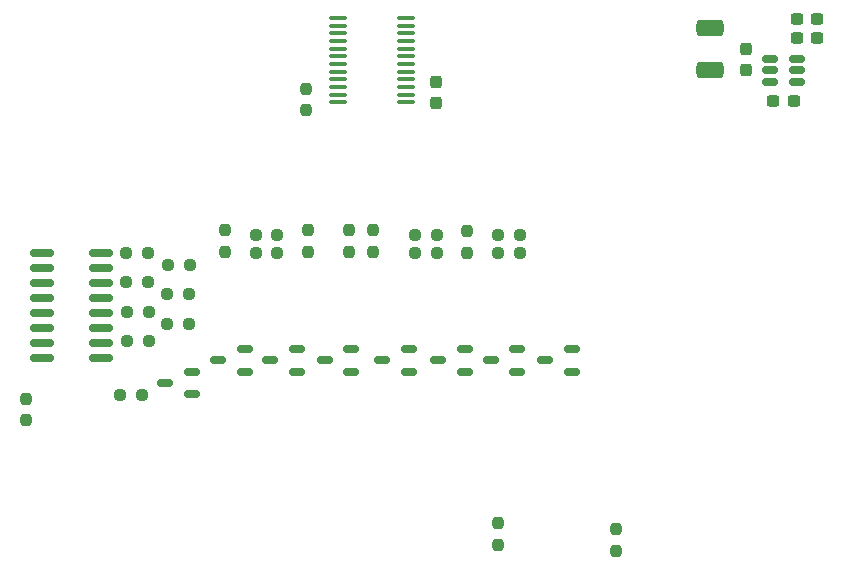
<source format=gbr>
%TF.GenerationSoftware,KiCad,Pcbnew,9.0.6*%
%TF.CreationDate,2025-11-11T13:10:49-05:00*%
%TF.ProjectId,Solder-Oven-PCB-V1,536f6c64-6572-42d4-9f76-656e2d504342,rev?*%
%TF.SameCoordinates,Original*%
%TF.FileFunction,Paste,Bot*%
%TF.FilePolarity,Positive*%
%FSLAX46Y46*%
G04 Gerber Fmt 4.6, Leading zero omitted, Abs format (unit mm)*
G04 Created by KiCad (PCBNEW 9.0.6) date 2025-11-11 13:10:49*
%MOMM*%
%LPD*%
G01*
G04 APERTURE LIST*
G04 Aperture macros list*
%AMRoundRect*
0 Rectangle with rounded corners*
0 $1 Rounding radius*
0 $2 $3 $4 $5 $6 $7 $8 $9 X,Y pos of 4 corners*
0 Add a 4 corners polygon primitive as box body*
4,1,4,$2,$3,$4,$5,$6,$7,$8,$9,$2,$3,0*
0 Add four circle primitives for the rounded corners*
1,1,$1+$1,$2,$3*
1,1,$1+$1,$4,$5*
1,1,$1+$1,$6,$7*
1,1,$1+$1,$8,$9*
0 Add four rect primitives between the rounded corners*
20,1,$1+$1,$2,$3,$4,$5,0*
20,1,$1+$1,$4,$5,$6,$7,0*
20,1,$1+$1,$6,$7,$8,$9,0*
20,1,$1+$1,$8,$9,$2,$3,0*%
G04 Aperture macros list end*
%ADD10RoundRect,0.237500X-0.250000X-0.237500X0.250000X-0.237500X0.250000X0.237500X-0.250000X0.237500X0*%
%ADD11RoundRect,0.237500X-0.300000X-0.237500X0.300000X-0.237500X0.300000X0.237500X-0.300000X0.237500X0*%
%ADD12RoundRect,0.150000X0.512500X0.150000X-0.512500X0.150000X-0.512500X-0.150000X0.512500X-0.150000X0*%
%ADD13RoundRect,0.237500X0.250000X0.237500X-0.250000X0.237500X-0.250000X-0.237500X0.250000X-0.237500X0*%
%ADD14RoundRect,0.237500X0.237500X-0.250000X0.237500X0.250000X-0.237500X0.250000X-0.237500X-0.250000X0*%
%ADD15RoundRect,0.350000X0.800000X-0.350000X0.800000X0.350000X-0.800000X0.350000X-0.800000X-0.350000X0*%
%ADD16RoundRect,0.237500X-0.237500X0.300000X-0.237500X-0.300000X0.237500X-0.300000X0.237500X0.300000X0*%
%ADD17RoundRect,0.100000X-0.637500X-0.100000X0.637500X-0.100000X0.637500X0.100000X-0.637500X0.100000X0*%
%ADD18RoundRect,0.150000X0.850000X0.150000X-0.850000X0.150000X-0.850000X-0.150000X0.850000X-0.150000X0*%
%ADD19RoundRect,0.237500X0.300000X0.237500X-0.300000X0.237500X-0.300000X-0.237500X0.300000X-0.237500X0*%
%ADD20RoundRect,0.237500X0.237500X-0.300000X0.237500X0.300000X-0.237500X0.300000X-0.237500X-0.300000X0*%
%ADD21RoundRect,0.237500X-0.237500X0.250000X-0.237500X-0.250000X0.237500X-0.250000X0.237500X0.250000X0*%
G04 APERTURE END LIST*
D10*
%TO.C,R29*%
X129587500Y-146000000D03*
X131412500Y-146000000D03*
%TD*%
D11*
%TO.C,C17*%
X186412500Y-123700000D03*
X188137500Y-123700000D03*
%TD*%
D10*
%TO.C,R32*%
X129087500Y-155500000D03*
X130912500Y-155500000D03*
%TD*%
%TO.C,R30*%
X133175000Y-144500000D03*
X135000000Y-144500000D03*
%TD*%
%TO.C,R21*%
X161087500Y-142000000D03*
X162912500Y-142000000D03*
%TD*%
D12*
%TO.C,Q4*%
X148675000Y-151650000D03*
X148675000Y-153550000D03*
X146400000Y-152600000D03*
%TD*%
D13*
%TO.C,R28*%
X134912500Y-147000000D03*
X133087500Y-147000000D03*
%TD*%
D12*
%TO.C,U8*%
X186375000Y-127100000D03*
X186375000Y-128050000D03*
X186375000Y-129000000D03*
X184100000Y-129000000D03*
X184100000Y-128050000D03*
X184100000Y-127100000D03*
%TD*%
D13*
%TO.C,R25*%
X131500000Y-151000000D03*
X129675000Y-151000000D03*
%TD*%
D12*
%TO.C,Q5*%
X153537500Y-151650000D03*
X153537500Y-153550000D03*
X151262500Y-152600000D03*
%TD*%
D13*
%TO.C,R26*%
X134912500Y-149500000D03*
X133087500Y-149500000D03*
%TD*%
%TO.C,R15*%
X162912500Y-143500000D03*
X161087500Y-143500000D03*
%TD*%
%TO.C,R27*%
X131500000Y-148500000D03*
X129675000Y-148500000D03*
%TD*%
D14*
%TO.C,R19*%
X171050000Y-168712500D03*
X171050000Y-166887500D03*
%TD*%
D15*
%TO.C,L2*%
X179000000Y-128025000D03*
X179000000Y-124475000D03*
%TD*%
D16*
%TO.C,C15*%
X182100000Y-126262500D03*
X182100000Y-127987500D03*
%TD*%
D12*
%TO.C,Q7*%
X162737500Y-151650000D03*
X162737500Y-153550000D03*
X160462500Y-152600000D03*
%TD*%
D17*
%TO.C,U7*%
X147575000Y-130750000D03*
X147575000Y-130100000D03*
X147575000Y-129450000D03*
X147575000Y-128800000D03*
X147575000Y-128150000D03*
X147575000Y-127500000D03*
X147575000Y-126850000D03*
X147575000Y-126200000D03*
X147575000Y-125550000D03*
X147575000Y-124900000D03*
X147575000Y-124250000D03*
X147575000Y-123600000D03*
X153300000Y-123600000D03*
X153300000Y-124250000D03*
X153300000Y-124900000D03*
X153300000Y-125550000D03*
X153300000Y-126200000D03*
X153300000Y-126850000D03*
X153300000Y-127500000D03*
X153300000Y-128150000D03*
X153300000Y-128800000D03*
X153300000Y-129450000D03*
X153300000Y-130100000D03*
X153300000Y-130750000D03*
%TD*%
D12*
%TO.C,Q8*%
X167337500Y-151650000D03*
X167337500Y-153550000D03*
X165062500Y-152600000D03*
%TD*%
D11*
%TO.C,C16*%
X186412500Y-125275000D03*
X188137500Y-125275000D03*
%TD*%
D14*
%TO.C,R12*%
X150500000Y-143412500D03*
X150500000Y-141587500D03*
%TD*%
D12*
%TO.C,Q6*%
X158275000Y-151650000D03*
X158275000Y-153550000D03*
X156000000Y-152600000D03*
%TD*%
D10*
%TO.C,R31*%
X129587500Y-143500000D03*
X131412500Y-143500000D03*
%TD*%
D18*
%TO.C,U6*%
X127500000Y-143500000D03*
X127500000Y-144770000D03*
X127500000Y-146040000D03*
X127500000Y-147310000D03*
X127500000Y-148580000D03*
X127500000Y-149850000D03*
X127500000Y-151120000D03*
X127500000Y-152390000D03*
X122500000Y-152390000D03*
X122500000Y-151120000D03*
X122500000Y-149850000D03*
X122500000Y-148580000D03*
X122500000Y-147310000D03*
X122500000Y-146040000D03*
X122500000Y-144770000D03*
X122500000Y-143500000D03*
%TD*%
D14*
%TO.C,R24*%
X161050000Y-168212500D03*
X161050000Y-166387500D03*
%TD*%
D19*
%TO.C,C14*%
X186112500Y-130625000D03*
X184387500Y-130625000D03*
%TD*%
D14*
%TO.C,R14*%
X158500000Y-143500000D03*
X158500000Y-141675000D03*
%TD*%
D13*
%TO.C,R9*%
X142412500Y-143500000D03*
X140587500Y-143500000D03*
%TD*%
D12*
%TO.C,Q3*%
X144075000Y-151650000D03*
X144075000Y-153550000D03*
X141800000Y-152600000D03*
%TD*%
%TO.C,Q2*%
X139675000Y-151650000D03*
X139675000Y-153550000D03*
X137400000Y-152600000D03*
%TD*%
D10*
%TO.C,R20*%
X154087500Y-142000000D03*
X155912500Y-142000000D03*
%TD*%
D20*
%TO.C,C19*%
X155862500Y-130787500D03*
X155862500Y-129062500D03*
%TD*%
D14*
%TO.C,R22*%
X144862500Y-131412500D03*
X144862500Y-129587500D03*
%TD*%
D13*
%TO.C,R16*%
X142412500Y-142000000D03*
X140587500Y-142000000D03*
%TD*%
D14*
%TO.C,R8*%
X138000000Y-143412500D03*
X138000000Y-141587500D03*
%TD*%
D12*
%TO.C,Q1*%
X135137500Y-153550000D03*
X135137500Y-155450000D03*
X132862500Y-154500000D03*
%TD*%
D14*
%TO.C,R10*%
X145000000Y-143412500D03*
X145000000Y-141587500D03*
%TD*%
D13*
%TO.C,R13*%
X155912500Y-143500000D03*
X154087500Y-143500000D03*
%TD*%
D14*
%TO.C,R11*%
X148500000Y-143412500D03*
X148500000Y-141587500D03*
%TD*%
D21*
%TO.C,R23*%
X121100000Y-155837500D03*
X121100000Y-157662500D03*
%TD*%
M02*

</source>
